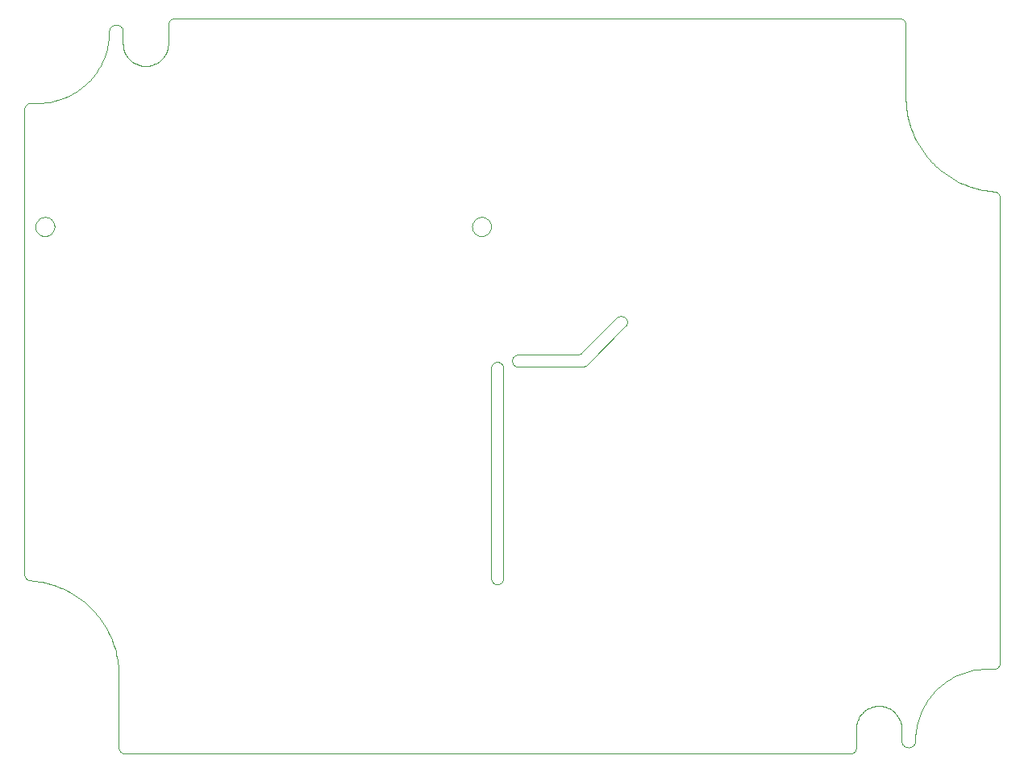
<source format=gko>
G75*
%MOIN*%
%OFA0B0*%
%FSLAX24Y24*%
%IPPOS*%
%LPD*%
%AMOC8*
5,1,8,0,0,1.08239X$1,22.5*
%
%ADD10C,0.0000*%
D10*
X003998Y000960D02*
X003998Y003957D01*
X003998Y000960D02*
X004000Y000929D01*
X004006Y000898D01*
X004015Y000868D01*
X004028Y000839D01*
X004044Y000812D01*
X004063Y000788D01*
X004086Y000765D01*
X004110Y000746D01*
X004137Y000730D01*
X004166Y000717D01*
X004196Y000708D01*
X004227Y000702D01*
X004258Y000700D01*
X034228Y000700D01*
X034259Y000702D01*
X034290Y000708D01*
X034320Y000717D01*
X034349Y000730D01*
X034376Y000746D01*
X034400Y000765D01*
X034423Y000788D01*
X034442Y000812D01*
X034458Y000839D01*
X034471Y000868D01*
X034480Y000898D01*
X034486Y000929D01*
X034488Y000960D01*
X034488Y001733D01*
X034490Y001793D01*
X034496Y001853D01*
X034505Y001912D01*
X034519Y001970D01*
X034536Y002028D01*
X034556Y002084D01*
X034581Y002139D01*
X034608Y002192D01*
X034640Y002244D01*
X034674Y002293D01*
X034711Y002340D01*
X034752Y002384D01*
X034795Y002426D01*
X034840Y002465D01*
X034888Y002501D01*
X034939Y002533D01*
X034991Y002563D01*
X035045Y002589D01*
X035101Y002611D01*
X035158Y002630D01*
X035216Y002646D01*
X035275Y002657D01*
X035334Y002665D01*
X035394Y002669D01*
X035454Y002669D01*
X035514Y002665D01*
X035573Y002657D01*
X035632Y002646D01*
X035690Y002630D01*
X035747Y002611D01*
X035803Y002589D01*
X035857Y002563D01*
X035909Y002533D01*
X035960Y002501D01*
X036008Y002465D01*
X036053Y002426D01*
X036096Y002384D01*
X036137Y002340D01*
X036174Y002293D01*
X036208Y002244D01*
X036240Y002192D01*
X036267Y002139D01*
X036292Y002084D01*
X036312Y002028D01*
X036329Y001970D01*
X036343Y001912D01*
X036352Y001853D01*
X036358Y001793D01*
X036360Y001733D01*
X036360Y001241D01*
X036359Y001241D02*
X036361Y001209D01*
X036366Y001178D01*
X036375Y001147D01*
X036387Y001117D01*
X036403Y001089D01*
X036421Y001063D01*
X036442Y001039D01*
X036466Y001018D01*
X036492Y001000D01*
X036520Y000984D01*
X036550Y000972D01*
X036581Y000963D01*
X036612Y000958D01*
X036644Y000956D01*
X036676Y000958D01*
X036707Y000963D01*
X036738Y000972D01*
X036768Y000984D01*
X036796Y001000D01*
X036822Y001018D01*
X036846Y001039D01*
X036867Y001063D01*
X036885Y001089D01*
X036901Y001117D01*
X036913Y001147D01*
X036922Y001178D01*
X036927Y001209D01*
X036929Y001241D01*
X036930Y001241D02*
X036932Y001347D01*
X036938Y001452D01*
X036947Y001558D01*
X036960Y001663D01*
X036977Y001767D01*
X036998Y001871D01*
X037022Y001974D01*
X037050Y002076D01*
X037082Y002177D01*
X037117Y002276D01*
X037156Y002375D01*
X037198Y002472D01*
X037243Y002567D01*
X037292Y002661D01*
X037345Y002753D01*
X037400Y002843D01*
X037459Y002931D01*
X037521Y003017D01*
X037586Y003100D01*
X037654Y003181D01*
X037724Y003260D01*
X037798Y003336D01*
X037874Y003410D01*
X037953Y003480D01*
X038034Y003548D01*
X038117Y003613D01*
X038203Y003675D01*
X038291Y003734D01*
X038381Y003789D01*
X038473Y003842D01*
X038567Y003891D01*
X038662Y003936D01*
X038759Y003978D01*
X038858Y004017D01*
X038957Y004052D01*
X039058Y004084D01*
X039160Y004112D01*
X039263Y004136D01*
X039367Y004157D01*
X039471Y004174D01*
X039576Y004187D01*
X039682Y004196D01*
X039787Y004202D01*
X039893Y004204D01*
X040173Y004204D01*
X040204Y004206D01*
X040235Y004212D01*
X040265Y004221D01*
X040294Y004234D01*
X040321Y004250D01*
X040345Y004269D01*
X040368Y004292D01*
X040387Y004316D01*
X040403Y004343D01*
X040416Y004372D01*
X040425Y004402D01*
X040431Y004433D01*
X040433Y004464D01*
X040433Y023695D01*
X040431Y023725D01*
X040426Y023755D01*
X040417Y023784D01*
X040406Y023811D01*
X040391Y023837D01*
X040373Y023861D01*
X040352Y023883D01*
X040329Y023903D01*
X040304Y023920D01*
X040277Y023933D01*
X040249Y023944D01*
X040220Y023951D01*
X040190Y023954D01*
X040190Y023955D02*
X040068Y023965D01*
X039946Y023979D01*
X039825Y023996D01*
X039704Y024018D01*
X039584Y024043D01*
X039465Y024072D01*
X039347Y024104D01*
X039230Y024140D01*
X039114Y024180D01*
X038999Y024224D01*
X038886Y024271D01*
X038774Y024322D01*
X038664Y024376D01*
X038556Y024433D01*
X038450Y024494D01*
X038345Y024558D01*
X038243Y024626D01*
X038143Y024696D01*
X038045Y024770D01*
X037949Y024847D01*
X037856Y024927D01*
X037765Y025009D01*
X037678Y025095D01*
X037592Y025183D01*
X037510Y025274D01*
X037430Y025367D01*
X037354Y025463D01*
X037280Y025561D01*
X037210Y025661D01*
X037143Y025764D01*
X037079Y025868D01*
X037018Y025975D01*
X036961Y026083D01*
X036907Y026193D01*
X036857Y026305D01*
X036810Y026418D01*
X036766Y026533D01*
X036727Y026649D01*
X036691Y026766D01*
X036658Y026884D01*
X036630Y027004D01*
X036605Y027124D01*
X036584Y027245D01*
X036567Y027366D01*
X036553Y027488D01*
X036544Y027610D01*
X036538Y027732D01*
X036536Y027855D01*
X036535Y027855D02*
X036535Y030852D01*
X036533Y030883D01*
X036527Y030914D01*
X036518Y030944D01*
X036505Y030973D01*
X036489Y031000D01*
X036470Y031024D01*
X036447Y031047D01*
X036423Y031066D01*
X036396Y031082D01*
X036367Y031095D01*
X036337Y031104D01*
X036306Y031110D01*
X036275Y031112D01*
X006305Y031112D01*
X006274Y031110D01*
X006243Y031104D01*
X006213Y031095D01*
X006184Y031082D01*
X006157Y031066D01*
X006133Y031047D01*
X006110Y031024D01*
X006091Y031000D01*
X006075Y030973D01*
X006062Y030944D01*
X006053Y030914D01*
X006047Y030883D01*
X006045Y030852D01*
X006045Y030079D01*
X006043Y030019D01*
X006037Y029959D01*
X006028Y029900D01*
X006014Y029842D01*
X005997Y029784D01*
X005977Y029728D01*
X005952Y029673D01*
X005925Y029620D01*
X005893Y029568D01*
X005859Y029519D01*
X005822Y029472D01*
X005781Y029428D01*
X005738Y029386D01*
X005693Y029347D01*
X005645Y029311D01*
X005594Y029279D01*
X005542Y029249D01*
X005488Y029223D01*
X005432Y029201D01*
X005375Y029182D01*
X005317Y029166D01*
X005258Y029155D01*
X005199Y029147D01*
X005139Y029143D01*
X005079Y029143D01*
X005019Y029147D01*
X004960Y029155D01*
X004901Y029166D01*
X004843Y029182D01*
X004786Y029201D01*
X004730Y029223D01*
X004676Y029249D01*
X004624Y029279D01*
X004573Y029311D01*
X004525Y029347D01*
X004480Y029386D01*
X004437Y029428D01*
X004396Y029472D01*
X004359Y029519D01*
X004325Y029568D01*
X004293Y029620D01*
X004266Y029673D01*
X004241Y029728D01*
X004221Y029784D01*
X004204Y029842D01*
X004190Y029900D01*
X004181Y029959D01*
X004175Y030019D01*
X004173Y030079D01*
X004173Y030571D01*
X004174Y030571D02*
X004172Y030604D01*
X004166Y030637D01*
X004157Y030669D01*
X004144Y030699D01*
X004127Y030728D01*
X004107Y030754D01*
X004085Y030778D01*
X004059Y030800D01*
X004031Y030818D01*
X004002Y030833D01*
X003971Y030844D01*
X003938Y030852D01*
X003906Y030856D01*
X003872Y030856D01*
X003840Y030852D01*
X003807Y030844D01*
X003776Y030833D01*
X003747Y030818D01*
X003719Y030800D01*
X003693Y030778D01*
X003671Y030754D01*
X003651Y030728D01*
X003634Y030699D01*
X003621Y030669D01*
X003612Y030637D01*
X003606Y030604D01*
X003604Y030571D01*
X003602Y030465D01*
X003596Y030360D01*
X003587Y030254D01*
X003574Y030149D01*
X003557Y030045D01*
X003536Y029941D01*
X003512Y029838D01*
X003484Y029736D01*
X003452Y029635D01*
X003417Y029536D01*
X003378Y029437D01*
X003336Y029340D01*
X003291Y029245D01*
X003242Y029151D01*
X003189Y029059D01*
X003134Y028969D01*
X003075Y028881D01*
X003013Y028795D01*
X002948Y028712D01*
X002880Y028631D01*
X002810Y028552D01*
X002736Y028476D01*
X002660Y028402D01*
X002581Y028332D01*
X002500Y028264D01*
X002417Y028199D01*
X002331Y028137D01*
X002243Y028078D01*
X002153Y028023D01*
X002061Y027970D01*
X001967Y027921D01*
X001872Y027876D01*
X001775Y027834D01*
X001676Y027795D01*
X001577Y027760D01*
X001476Y027728D01*
X001374Y027700D01*
X001271Y027676D01*
X001167Y027655D01*
X001063Y027638D01*
X000958Y027625D01*
X000852Y027616D01*
X000747Y027610D01*
X000641Y027608D01*
X000360Y027608D01*
X000329Y027606D01*
X000298Y027600D01*
X000268Y027591D01*
X000239Y027578D01*
X000212Y027562D01*
X000188Y027543D01*
X000165Y027520D01*
X000146Y027496D01*
X000130Y027469D01*
X000117Y027440D01*
X000108Y027410D01*
X000102Y027379D01*
X000100Y027348D01*
X000100Y008117D01*
X000102Y008087D01*
X000107Y008057D01*
X000116Y008028D01*
X000127Y008001D01*
X000142Y007975D01*
X000160Y007951D01*
X000181Y007929D01*
X000204Y007909D01*
X000229Y007892D01*
X000256Y007879D01*
X000284Y007868D01*
X000313Y007861D01*
X000343Y007858D01*
X000343Y007857D02*
X000465Y007847D01*
X000587Y007833D01*
X000708Y007816D01*
X000829Y007794D01*
X000949Y007769D01*
X001068Y007740D01*
X001186Y007708D01*
X001303Y007672D01*
X001419Y007632D01*
X001534Y007588D01*
X001647Y007541D01*
X001759Y007490D01*
X001869Y007436D01*
X001977Y007379D01*
X002083Y007318D01*
X002188Y007254D01*
X002290Y007186D01*
X002390Y007116D01*
X002488Y007042D01*
X002584Y006965D01*
X002677Y006885D01*
X002768Y006803D01*
X002855Y006717D01*
X002941Y006629D01*
X003023Y006538D01*
X003103Y006445D01*
X003179Y006349D01*
X003253Y006251D01*
X003323Y006151D01*
X003390Y006048D01*
X003454Y005944D01*
X003515Y005837D01*
X003572Y005729D01*
X003626Y005619D01*
X003676Y005507D01*
X003723Y005394D01*
X003767Y005279D01*
X003806Y005163D01*
X003842Y005046D01*
X003875Y004928D01*
X003903Y004808D01*
X003928Y004688D01*
X003949Y004567D01*
X003966Y004446D01*
X003980Y004324D01*
X003989Y004202D01*
X003995Y004080D01*
X003997Y003957D01*
X019400Y007950D02*
X019400Y016650D01*
X019402Y016680D01*
X019407Y016710D01*
X019416Y016739D01*
X019429Y016766D01*
X019444Y016792D01*
X019463Y016816D01*
X019484Y016837D01*
X019508Y016856D01*
X019534Y016871D01*
X019561Y016884D01*
X019590Y016893D01*
X019620Y016898D01*
X019650Y016900D01*
X019680Y016898D01*
X019710Y016893D01*
X019739Y016884D01*
X019766Y016871D01*
X019792Y016856D01*
X019816Y016837D01*
X019837Y016816D01*
X019856Y016792D01*
X019871Y016766D01*
X019884Y016739D01*
X019893Y016710D01*
X019898Y016680D01*
X019900Y016650D01*
X019900Y007950D01*
X019650Y007700D02*
X019620Y007702D01*
X019590Y007707D01*
X019561Y007716D01*
X019534Y007729D01*
X019508Y007744D01*
X019484Y007763D01*
X019463Y007784D01*
X019444Y007808D01*
X019429Y007834D01*
X019416Y007861D01*
X019407Y007890D01*
X019402Y007920D01*
X019400Y007950D01*
X019650Y007700D02*
X019680Y007702D01*
X019710Y007707D01*
X019739Y007716D01*
X019766Y007729D01*
X019792Y007744D01*
X019816Y007763D01*
X019837Y007784D01*
X019856Y007808D01*
X019871Y007834D01*
X019884Y007861D01*
X019893Y007890D01*
X019898Y007920D01*
X019900Y007950D01*
X020510Y016700D02*
X023166Y016700D01*
X023343Y016773D02*
X024941Y018371D01*
X024941Y018370D02*
X024961Y018393D01*
X024978Y018418D01*
X024992Y018445D01*
X025003Y018474D01*
X025010Y018503D01*
X025014Y018534D01*
X025013Y018564D01*
X025010Y018594D01*
X025002Y018624D01*
X024991Y018652D01*
X024976Y018679D01*
X024959Y018704D01*
X024938Y018726D01*
X024938Y018727D02*
X024937Y018728D01*
X024936Y018728D02*
X024914Y018748D01*
X024889Y018764D01*
X024862Y018778D01*
X024834Y018788D01*
X024805Y018795D01*
X024775Y018799D01*
X024745Y018798D01*
X024716Y018795D01*
X024687Y018787D01*
X024659Y018777D01*
X024632Y018763D01*
X024608Y018746D01*
X024585Y018726D01*
X024586Y018726D02*
X023133Y017273D01*
X022956Y017200D02*
X020510Y017200D01*
X020480Y017198D01*
X020450Y017193D01*
X020421Y017184D01*
X020394Y017171D01*
X020368Y017156D01*
X020344Y017137D01*
X020323Y017116D01*
X020304Y017092D01*
X020289Y017066D01*
X020276Y017039D01*
X020267Y017010D01*
X020262Y016980D01*
X020260Y016950D01*
X020262Y016920D01*
X020267Y016890D01*
X020276Y016861D01*
X020289Y016834D01*
X020304Y016808D01*
X020323Y016784D01*
X020344Y016763D01*
X020368Y016744D01*
X020394Y016729D01*
X020421Y016716D01*
X020450Y016707D01*
X020480Y016702D01*
X020510Y016700D01*
X022956Y017200D02*
X022984Y017202D01*
X023012Y017206D01*
X023039Y017214D01*
X023064Y017225D01*
X023089Y017238D01*
X023112Y017255D01*
X023133Y017273D01*
X023343Y016773D02*
X023322Y016755D01*
X023299Y016738D01*
X023274Y016725D01*
X023249Y016714D01*
X023222Y016706D01*
X023194Y016702D01*
X023166Y016700D01*
X018607Y022500D02*
X018609Y022539D01*
X018615Y022578D01*
X018625Y022616D01*
X018638Y022653D01*
X018655Y022688D01*
X018675Y022722D01*
X018699Y022753D01*
X018726Y022782D01*
X018755Y022808D01*
X018787Y022831D01*
X018821Y022851D01*
X018857Y022867D01*
X018894Y022879D01*
X018933Y022888D01*
X018972Y022893D01*
X019011Y022894D01*
X019050Y022891D01*
X019089Y022884D01*
X019126Y022873D01*
X019163Y022859D01*
X019198Y022841D01*
X019231Y022820D01*
X019262Y022795D01*
X019290Y022768D01*
X019315Y022738D01*
X019337Y022705D01*
X019356Y022671D01*
X019371Y022635D01*
X019383Y022597D01*
X019391Y022559D01*
X019395Y022520D01*
X019395Y022480D01*
X019391Y022441D01*
X019383Y022403D01*
X019371Y022365D01*
X019356Y022329D01*
X019337Y022295D01*
X019315Y022262D01*
X019290Y022232D01*
X019262Y022205D01*
X019231Y022180D01*
X019198Y022159D01*
X019163Y022141D01*
X019126Y022127D01*
X019089Y022116D01*
X019050Y022109D01*
X019011Y022106D01*
X018972Y022107D01*
X018933Y022112D01*
X018894Y022121D01*
X018857Y022133D01*
X018821Y022149D01*
X018787Y022169D01*
X018755Y022192D01*
X018726Y022218D01*
X018699Y022247D01*
X018675Y022278D01*
X018655Y022312D01*
X018638Y022347D01*
X018625Y022384D01*
X018615Y022422D01*
X018609Y022461D01*
X018607Y022500D01*
X000556Y022500D02*
X000558Y022539D01*
X000564Y022578D01*
X000574Y022616D01*
X000587Y022653D01*
X000604Y022688D01*
X000624Y022722D01*
X000648Y022753D01*
X000675Y022782D01*
X000704Y022808D01*
X000736Y022831D01*
X000770Y022851D01*
X000806Y022867D01*
X000843Y022879D01*
X000882Y022888D01*
X000921Y022893D01*
X000960Y022894D01*
X000999Y022891D01*
X001038Y022884D01*
X001075Y022873D01*
X001112Y022859D01*
X001147Y022841D01*
X001180Y022820D01*
X001211Y022795D01*
X001239Y022768D01*
X001264Y022738D01*
X001286Y022705D01*
X001305Y022671D01*
X001320Y022635D01*
X001332Y022597D01*
X001340Y022559D01*
X001344Y022520D01*
X001344Y022480D01*
X001340Y022441D01*
X001332Y022403D01*
X001320Y022365D01*
X001305Y022329D01*
X001286Y022295D01*
X001264Y022262D01*
X001239Y022232D01*
X001211Y022205D01*
X001180Y022180D01*
X001147Y022159D01*
X001112Y022141D01*
X001075Y022127D01*
X001038Y022116D01*
X000999Y022109D01*
X000960Y022106D01*
X000921Y022107D01*
X000882Y022112D01*
X000843Y022121D01*
X000806Y022133D01*
X000770Y022149D01*
X000736Y022169D01*
X000704Y022192D01*
X000675Y022218D01*
X000648Y022247D01*
X000624Y022278D01*
X000604Y022312D01*
X000587Y022347D01*
X000574Y022384D01*
X000564Y022422D01*
X000558Y022461D01*
X000556Y022500D01*
M02*

</source>
